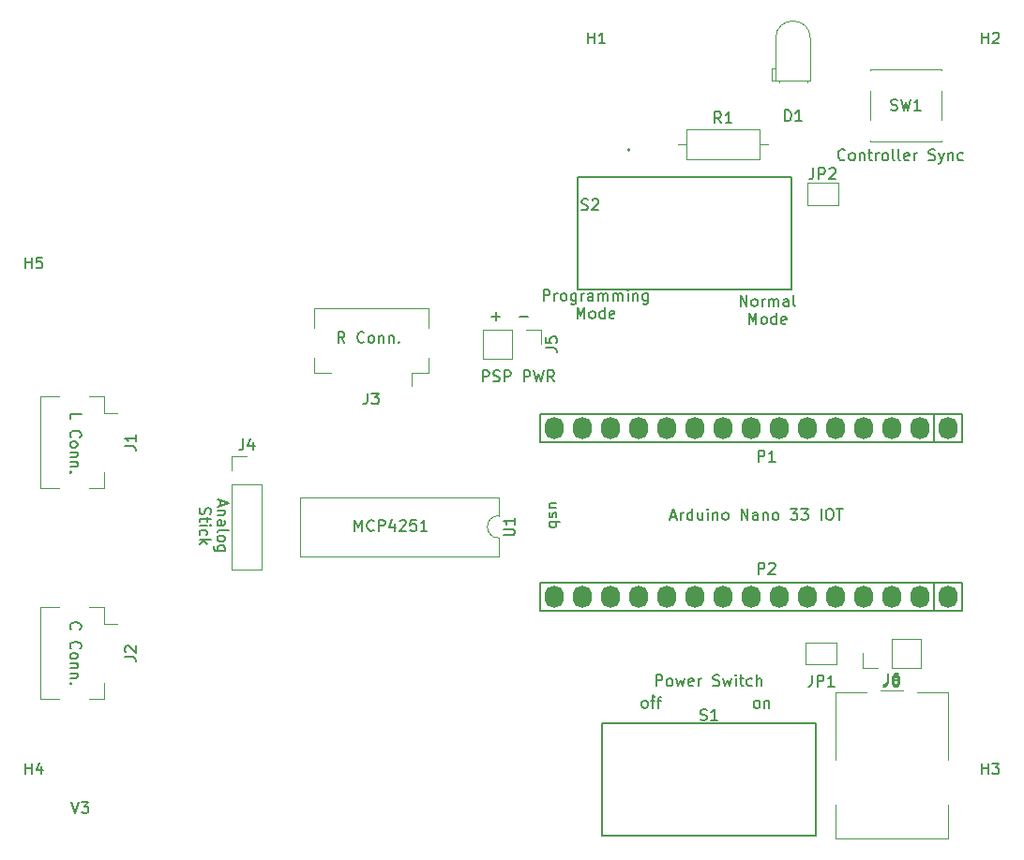
<source format=gbr>
%TF.GenerationSoftware,KiCad,Pcbnew,(6.0.1)*%
%TF.CreationDate,2022-07-24T14:20:51+01:00*%
%TF.ProjectId,psp-bluetooth,7073702d-626c-4756-9574-6f6f74682e6b,rev?*%
%TF.SameCoordinates,Original*%
%TF.FileFunction,Legend,Top*%
%TF.FilePolarity,Positive*%
%FSLAX46Y46*%
G04 Gerber Fmt 4.6, Leading zero omitted, Abs format (unit mm)*
G04 Created by KiCad (PCBNEW (6.0.1)) date 2022-07-24 14:20:51*
%MOMM*%
%LPD*%
G01*
G04 APERTURE LIST*
%ADD10C,0.150000*%
%ADD11C,0.127000*%
%ADD12C,0.200000*%
%ADD13C,0.120000*%
%ADD14O,1.727200X2.032000*%
G04 APERTURE END LIST*
D10*
X115190476Y-93452380D02*
X115523809Y-94452380D01*
X115857142Y-93452380D01*
X116095238Y-93452380D02*
X116714285Y-93452380D01*
X116380952Y-93833333D01*
X116523809Y-93833333D01*
X116619047Y-93880952D01*
X116666666Y-93928571D01*
X116714285Y-94023809D01*
X116714285Y-94261904D01*
X116666666Y-94357142D01*
X116619047Y-94404761D01*
X116523809Y-94452380D01*
X116238095Y-94452380D01*
X116142857Y-94404761D01*
X116095238Y-94357142D01*
X115047619Y-58833333D02*
X115047619Y-58357142D01*
X116047619Y-58357142D01*
X115142857Y-60500000D02*
X115095238Y-60452380D01*
X115047619Y-60309523D01*
X115047619Y-60214285D01*
X115095238Y-60071428D01*
X115190476Y-59976190D01*
X115285714Y-59928571D01*
X115476190Y-59880952D01*
X115619047Y-59880952D01*
X115809523Y-59928571D01*
X115904761Y-59976190D01*
X116000000Y-60071428D01*
X116047619Y-60214285D01*
X116047619Y-60309523D01*
X116000000Y-60452380D01*
X115952380Y-60500000D01*
X115047619Y-61071428D02*
X115095238Y-60976190D01*
X115142857Y-60928571D01*
X115238095Y-60880952D01*
X115523809Y-60880952D01*
X115619047Y-60928571D01*
X115666666Y-60976190D01*
X115714285Y-61071428D01*
X115714285Y-61214285D01*
X115666666Y-61309523D01*
X115619047Y-61357142D01*
X115523809Y-61404761D01*
X115238095Y-61404761D01*
X115142857Y-61357142D01*
X115095238Y-61309523D01*
X115047619Y-61214285D01*
X115047619Y-61071428D01*
X115714285Y-61833333D02*
X115047619Y-61833333D01*
X115619047Y-61833333D02*
X115666666Y-61880952D01*
X115714285Y-61976190D01*
X115714285Y-62119047D01*
X115666666Y-62214285D01*
X115571428Y-62261904D01*
X115047619Y-62261904D01*
X115714285Y-62738095D02*
X115047619Y-62738095D01*
X115619047Y-62738095D02*
X115666666Y-62785714D01*
X115714285Y-62880952D01*
X115714285Y-63023809D01*
X115666666Y-63119047D01*
X115571428Y-63166666D01*
X115047619Y-63166666D01*
X115142857Y-63642857D02*
X115095238Y-63690476D01*
X115047619Y-63642857D01*
X115095238Y-63595238D01*
X115142857Y-63642857D01*
X115047619Y-63642857D01*
X157785714Y-48147380D02*
X157785714Y-47147380D01*
X158166666Y-47147380D01*
X158261904Y-47195000D01*
X158309523Y-47242619D01*
X158357142Y-47337857D01*
X158357142Y-47480714D01*
X158309523Y-47575952D01*
X158261904Y-47623571D01*
X158166666Y-47671190D01*
X157785714Y-47671190D01*
X158785714Y-48147380D02*
X158785714Y-47480714D01*
X158785714Y-47671190D02*
X158833333Y-47575952D01*
X158880952Y-47528333D01*
X158976190Y-47480714D01*
X159071428Y-47480714D01*
X159547619Y-48147380D02*
X159452380Y-48099761D01*
X159404761Y-48052142D01*
X159357142Y-47956904D01*
X159357142Y-47671190D01*
X159404761Y-47575952D01*
X159452380Y-47528333D01*
X159547619Y-47480714D01*
X159690476Y-47480714D01*
X159785714Y-47528333D01*
X159833333Y-47575952D01*
X159880952Y-47671190D01*
X159880952Y-47956904D01*
X159833333Y-48052142D01*
X159785714Y-48099761D01*
X159690476Y-48147380D01*
X159547619Y-48147380D01*
X160738095Y-47480714D02*
X160738095Y-48290238D01*
X160690476Y-48385476D01*
X160642857Y-48433095D01*
X160547619Y-48480714D01*
X160404761Y-48480714D01*
X160309523Y-48433095D01*
X160738095Y-48099761D02*
X160642857Y-48147380D01*
X160452380Y-48147380D01*
X160357142Y-48099761D01*
X160309523Y-48052142D01*
X160261904Y-47956904D01*
X160261904Y-47671190D01*
X160309523Y-47575952D01*
X160357142Y-47528333D01*
X160452380Y-47480714D01*
X160642857Y-47480714D01*
X160738095Y-47528333D01*
X161214285Y-48147380D02*
X161214285Y-47480714D01*
X161214285Y-47671190D02*
X161261904Y-47575952D01*
X161309523Y-47528333D01*
X161404761Y-47480714D01*
X161500000Y-47480714D01*
X162261904Y-48147380D02*
X162261904Y-47623571D01*
X162214285Y-47528333D01*
X162119047Y-47480714D01*
X161928571Y-47480714D01*
X161833333Y-47528333D01*
X162261904Y-48099761D02*
X162166666Y-48147380D01*
X161928571Y-48147380D01*
X161833333Y-48099761D01*
X161785714Y-48004523D01*
X161785714Y-47909285D01*
X161833333Y-47814047D01*
X161928571Y-47766428D01*
X162166666Y-47766428D01*
X162261904Y-47718809D01*
X162738095Y-48147380D02*
X162738095Y-47480714D01*
X162738095Y-47575952D02*
X162785714Y-47528333D01*
X162880952Y-47480714D01*
X163023809Y-47480714D01*
X163119047Y-47528333D01*
X163166666Y-47623571D01*
X163166666Y-48147380D01*
X163166666Y-47623571D02*
X163214285Y-47528333D01*
X163309523Y-47480714D01*
X163452380Y-47480714D01*
X163547619Y-47528333D01*
X163595238Y-47623571D01*
X163595238Y-48147380D01*
X164071428Y-48147380D02*
X164071428Y-47480714D01*
X164071428Y-47575952D02*
X164119047Y-47528333D01*
X164214285Y-47480714D01*
X164357142Y-47480714D01*
X164452380Y-47528333D01*
X164500000Y-47623571D01*
X164500000Y-48147380D01*
X164500000Y-47623571D02*
X164547619Y-47528333D01*
X164642857Y-47480714D01*
X164785714Y-47480714D01*
X164880952Y-47528333D01*
X164928571Y-47623571D01*
X164928571Y-48147380D01*
X165404761Y-48147380D02*
X165404761Y-47480714D01*
X165404761Y-47147380D02*
X165357142Y-47195000D01*
X165404761Y-47242619D01*
X165452380Y-47195000D01*
X165404761Y-47147380D01*
X165404761Y-47242619D01*
X165880952Y-47480714D02*
X165880952Y-48147380D01*
X165880952Y-47575952D02*
X165928571Y-47528333D01*
X166023809Y-47480714D01*
X166166666Y-47480714D01*
X166261904Y-47528333D01*
X166309523Y-47623571D01*
X166309523Y-48147380D01*
X167214285Y-47480714D02*
X167214285Y-48290238D01*
X167166666Y-48385476D01*
X167119047Y-48433095D01*
X167023809Y-48480714D01*
X166880952Y-48480714D01*
X166785714Y-48433095D01*
X167214285Y-48099761D02*
X167119047Y-48147380D01*
X166928571Y-48147380D01*
X166833333Y-48099761D01*
X166785714Y-48052142D01*
X166738095Y-47956904D01*
X166738095Y-47671190D01*
X166785714Y-47575952D01*
X166833333Y-47528333D01*
X166928571Y-47480714D01*
X167119047Y-47480714D01*
X167214285Y-47528333D01*
X160833333Y-49757380D02*
X160833333Y-48757380D01*
X161166666Y-49471666D01*
X161500000Y-48757380D01*
X161500000Y-49757380D01*
X162119047Y-49757380D02*
X162023809Y-49709761D01*
X161976190Y-49662142D01*
X161928571Y-49566904D01*
X161928571Y-49281190D01*
X161976190Y-49185952D01*
X162023809Y-49138333D01*
X162119047Y-49090714D01*
X162261904Y-49090714D01*
X162357142Y-49138333D01*
X162404761Y-49185952D01*
X162452380Y-49281190D01*
X162452380Y-49566904D01*
X162404761Y-49662142D01*
X162357142Y-49709761D01*
X162261904Y-49757380D01*
X162119047Y-49757380D01*
X163309523Y-49757380D02*
X163309523Y-48757380D01*
X163309523Y-49709761D02*
X163214285Y-49757380D01*
X163023809Y-49757380D01*
X162928571Y-49709761D01*
X162880952Y-49662142D01*
X162833333Y-49566904D01*
X162833333Y-49281190D01*
X162880952Y-49185952D01*
X162928571Y-49138333D01*
X163023809Y-49090714D01*
X163214285Y-49090714D01*
X163309523Y-49138333D01*
X164166666Y-49709761D02*
X164071428Y-49757380D01*
X163880952Y-49757380D01*
X163785714Y-49709761D01*
X163738095Y-49614523D01*
X163738095Y-49233571D01*
X163785714Y-49138333D01*
X163880952Y-49090714D01*
X164071428Y-49090714D01*
X164166666Y-49138333D01*
X164214285Y-49233571D01*
X164214285Y-49328809D01*
X163738095Y-49424047D01*
X175571428Y-48647380D02*
X175571428Y-47647380D01*
X176142857Y-48647380D01*
X176142857Y-47647380D01*
X176761904Y-48647380D02*
X176666666Y-48599761D01*
X176619047Y-48552142D01*
X176571428Y-48456904D01*
X176571428Y-48171190D01*
X176619047Y-48075952D01*
X176666666Y-48028333D01*
X176761904Y-47980714D01*
X176904761Y-47980714D01*
X177000000Y-48028333D01*
X177047619Y-48075952D01*
X177095238Y-48171190D01*
X177095238Y-48456904D01*
X177047619Y-48552142D01*
X177000000Y-48599761D01*
X176904761Y-48647380D01*
X176761904Y-48647380D01*
X177523809Y-48647380D02*
X177523809Y-47980714D01*
X177523809Y-48171190D02*
X177571428Y-48075952D01*
X177619047Y-48028333D01*
X177714285Y-47980714D01*
X177809523Y-47980714D01*
X178142857Y-48647380D02*
X178142857Y-47980714D01*
X178142857Y-48075952D02*
X178190476Y-48028333D01*
X178285714Y-47980714D01*
X178428571Y-47980714D01*
X178523809Y-48028333D01*
X178571428Y-48123571D01*
X178571428Y-48647380D01*
X178571428Y-48123571D02*
X178619047Y-48028333D01*
X178714285Y-47980714D01*
X178857142Y-47980714D01*
X178952380Y-48028333D01*
X179000000Y-48123571D01*
X179000000Y-48647380D01*
X179904761Y-48647380D02*
X179904761Y-48123571D01*
X179857142Y-48028333D01*
X179761904Y-47980714D01*
X179571428Y-47980714D01*
X179476190Y-48028333D01*
X179904761Y-48599761D02*
X179809523Y-48647380D01*
X179571428Y-48647380D01*
X179476190Y-48599761D01*
X179428571Y-48504523D01*
X179428571Y-48409285D01*
X179476190Y-48314047D01*
X179571428Y-48266428D01*
X179809523Y-48266428D01*
X179904761Y-48218809D01*
X180523809Y-48647380D02*
X180428571Y-48599761D01*
X180380952Y-48504523D01*
X180380952Y-47647380D01*
X176333333Y-50257380D02*
X176333333Y-49257380D01*
X176666666Y-49971666D01*
X177000000Y-49257380D01*
X177000000Y-50257380D01*
X177619047Y-50257380D02*
X177523809Y-50209761D01*
X177476190Y-50162142D01*
X177428571Y-50066904D01*
X177428571Y-49781190D01*
X177476190Y-49685952D01*
X177523809Y-49638333D01*
X177619047Y-49590714D01*
X177761904Y-49590714D01*
X177857142Y-49638333D01*
X177904761Y-49685952D01*
X177952380Y-49781190D01*
X177952380Y-50066904D01*
X177904761Y-50162142D01*
X177857142Y-50209761D01*
X177761904Y-50257380D01*
X177619047Y-50257380D01*
X178809523Y-50257380D02*
X178809523Y-49257380D01*
X178809523Y-50209761D02*
X178714285Y-50257380D01*
X178523809Y-50257380D01*
X178428571Y-50209761D01*
X178380952Y-50162142D01*
X178333333Y-50066904D01*
X178333333Y-49781190D01*
X178380952Y-49685952D01*
X178428571Y-49638333D01*
X178523809Y-49590714D01*
X178714285Y-49590714D01*
X178809523Y-49638333D01*
X179666666Y-50209761D02*
X179571428Y-50257380D01*
X179380952Y-50257380D01*
X179285714Y-50209761D01*
X179238095Y-50114523D01*
X179238095Y-49733571D01*
X179285714Y-49638333D01*
X179380952Y-49590714D01*
X179571428Y-49590714D01*
X179666666Y-49638333D01*
X179714285Y-49733571D01*
X179714285Y-49828809D01*
X179238095Y-49924047D01*
X176976190Y-84952380D02*
X176880952Y-84904761D01*
X176833333Y-84857142D01*
X176785714Y-84761904D01*
X176785714Y-84476190D01*
X176833333Y-84380952D01*
X176880952Y-84333333D01*
X176976190Y-84285714D01*
X177119047Y-84285714D01*
X177214285Y-84333333D01*
X177261904Y-84380952D01*
X177309523Y-84476190D01*
X177309523Y-84761904D01*
X177261904Y-84857142D01*
X177214285Y-84904761D01*
X177119047Y-84952380D01*
X176976190Y-84952380D01*
X177738095Y-84285714D02*
X177738095Y-84952380D01*
X177738095Y-84380952D02*
X177785714Y-84333333D01*
X177880952Y-84285714D01*
X178023809Y-84285714D01*
X178119047Y-84333333D01*
X178166666Y-84428571D01*
X178166666Y-84952380D01*
X128638333Y-66190476D02*
X128638333Y-66666666D01*
X128352619Y-66095238D02*
X129352619Y-66428571D01*
X128352619Y-66761904D01*
X129019285Y-67095238D02*
X128352619Y-67095238D01*
X128924047Y-67095238D02*
X128971666Y-67142857D01*
X129019285Y-67238095D01*
X129019285Y-67380952D01*
X128971666Y-67476190D01*
X128876428Y-67523809D01*
X128352619Y-67523809D01*
X128352619Y-68428571D02*
X128876428Y-68428571D01*
X128971666Y-68380952D01*
X129019285Y-68285714D01*
X129019285Y-68095238D01*
X128971666Y-68000000D01*
X128400238Y-68428571D02*
X128352619Y-68333333D01*
X128352619Y-68095238D01*
X128400238Y-68000000D01*
X128495476Y-67952380D01*
X128590714Y-67952380D01*
X128685952Y-68000000D01*
X128733571Y-68095238D01*
X128733571Y-68333333D01*
X128781190Y-68428571D01*
X128352619Y-69047619D02*
X128400238Y-68952380D01*
X128495476Y-68904761D01*
X129352619Y-68904761D01*
X128352619Y-69571428D02*
X128400238Y-69476190D01*
X128447857Y-69428571D01*
X128543095Y-69380952D01*
X128828809Y-69380952D01*
X128924047Y-69428571D01*
X128971666Y-69476190D01*
X129019285Y-69571428D01*
X129019285Y-69714285D01*
X128971666Y-69809523D01*
X128924047Y-69857142D01*
X128828809Y-69904761D01*
X128543095Y-69904761D01*
X128447857Y-69857142D01*
X128400238Y-69809523D01*
X128352619Y-69714285D01*
X128352619Y-69571428D01*
X129019285Y-70761904D02*
X128209761Y-70761904D01*
X128114523Y-70714285D01*
X128066904Y-70666666D01*
X128019285Y-70571428D01*
X128019285Y-70428571D01*
X128066904Y-70333333D01*
X128400238Y-70761904D02*
X128352619Y-70666666D01*
X128352619Y-70476190D01*
X128400238Y-70380952D01*
X128447857Y-70333333D01*
X128543095Y-70285714D01*
X128828809Y-70285714D01*
X128924047Y-70333333D01*
X128971666Y-70380952D01*
X129019285Y-70476190D01*
X129019285Y-70666666D01*
X128971666Y-70761904D01*
X126790238Y-66857142D02*
X126742619Y-67000000D01*
X126742619Y-67238095D01*
X126790238Y-67333333D01*
X126837857Y-67380952D01*
X126933095Y-67428571D01*
X127028333Y-67428571D01*
X127123571Y-67380952D01*
X127171190Y-67333333D01*
X127218809Y-67238095D01*
X127266428Y-67047619D01*
X127314047Y-66952380D01*
X127361666Y-66904761D01*
X127456904Y-66857142D01*
X127552142Y-66857142D01*
X127647380Y-66904761D01*
X127695000Y-66952380D01*
X127742619Y-67047619D01*
X127742619Y-67285714D01*
X127695000Y-67428571D01*
X127409285Y-67714285D02*
X127409285Y-68095238D01*
X127742619Y-67857142D02*
X126885476Y-67857142D01*
X126790238Y-67904761D01*
X126742619Y-68000000D01*
X126742619Y-68095238D01*
X126742619Y-68428571D02*
X127409285Y-68428571D01*
X127742619Y-68428571D02*
X127695000Y-68380952D01*
X127647380Y-68428571D01*
X127695000Y-68476190D01*
X127742619Y-68428571D01*
X127647380Y-68428571D01*
X126790238Y-69333333D02*
X126742619Y-69238095D01*
X126742619Y-69047619D01*
X126790238Y-68952380D01*
X126837857Y-68904761D01*
X126933095Y-68857142D01*
X127218809Y-68857142D01*
X127314047Y-68904761D01*
X127361666Y-68952380D01*
X127409285Y-69047619D01*
X127409285Y-69238095D01*
X127361666Y-69333333D01*
X126742619Y-69761904D02*
X127742619Y-69761904D01*
X127123571Y-69857142D02*
X126742619Y-70142857D01*
X127409285Y-70142857D02*
X127028333Y-69761904D01*
X155619047Y-49571428D02*
X156380952Y-49571428D01*
X158964285Y-66857142D02*
X158297619Y-66857142D01*
X158964285Y-66428571D02*
X158440476Y-66428571D01*
X158345238Y-66476190D01*
X158297619Y-66571428D01*
X158297619Y-66714285D01*
X158345238Y-66809523D01*
X158392857Y-66857142D01*
X158345238Y-67285714D02*
X158297619Y-67380952D01*
X158297619Y-67571428D01*
X158345238Y-67666666D01*
X158440476Y-67714285D01*
X158488095Y-67714285D01*
X158583333Y-67666666D01*
X158630952Y-67571428D01*
X158630952Y-67428571D01*
X158678571Y-67333333D01*
X158773809Y-67285714D01*
X158821428Y-67285714D01*
X158916666Y-67333333D01*
X158964285Y-67428571D01*
X158964285Y-67571428D01*
X158916666Y-67666666D01*
X158297619Y-68142857D02*
X159297619Y-68142857D01*
X158916666Y-68142857D02*
X158964285Y-68238095D01*
X158964285Y-68428571D01*
X158916666Y-68523809D01*
X158869047Y-68571428D01*
X158773809Y-68619047D01*
X158488095Y-68619047D01*
X158392857Y-68571428D01*
X158345238Y-68523809D01*
X158297619Y-68428571D01*
X158297619Y-68238095D01*
X158345238Y-68142857D01*
X153119047Y-49571428D02*
X153880952Y-49571428D01*
X153500000Y-49952380D02*
X153500000Y-49190476D01*
X166857142Y-84952380D02*
X166761904Y-84904761D01*
X166714285Y-84857142D01*
X166666666Y-84761904D01*
X166666666Y-84476190D01*
X166714285Y-84380952D01*
X166761904Y-84333333D01*
X166857142Y-84285714D01*
X167000000Y-84285714D01*
X167095238Y-84333333D01*
X167142857Y-84380952D01*
X167190476Y-84476190D01*
X167190476Y-84761904D01*
X167142857Y-84857142D01*
X167095238Y-84904761D01*
X167000000Y-84952380D01*
X166857142Y-84952380D01*
X167476190Y-84285714D02*
X167857142Y-84285714D01*
X167619047Y-84952380D02*
X167619047Y-84095238D01*
X167666666Y-84000000D01*
X167761904Y-83952380D01*
X167857142Y-83952380D01*
X168047619Y-84285714D02*
X168428571Y-84285714D01*
X168190476Y-84952380D02*
X168190476Y-84095238D01*
X168238095Y-84000000D01*
X168333333Y-83952380D01*
X168428571Y-83952380D01*
X167958095Y-82952380D02*
X167958095Y-81952380D01*
X168339047Y-81952380D01*
X168434285Y-82000000D01*
X168481904Y-82047619D01*
X168529523Y-82142857D01*
X168529523Y-82285714D01*
X168481904Y-82380952D01*
X168434285Y-82428571D01*
X168339047Y-82476190D01*
X167958095Y-82476190D01*
X169100952Y-82952380D02*
X169005714Y-82904761D01*
X168958095Y-82857142D01*
X168910476Y-82761904D01*
X168910476Y-82476190D01*
X168958095Y-82380952D01*
X169005714Y-82333333D01*
X169100952Y-82285714D01*
X169243809Y-82285714D01*
X169339047Y-82333333D01*
X169386666Y-82380952D01*
X169434285Y-82476190D01*
X169434285Y-82761904D01*
X169386666Y-82857142D01*
X169339047Y-82904761D01*
X169243809Y-82952380D01*
X169100952Y-82952380D01*
X169767619Y-82285714D02*
X169958095Y-82952380D01*
X170148571Y-82476190D01*
X170339047Y-82952380D01*
X170529523Y-82285714D01*
X171291428Y-82904761D02*
X171196190Y-82952380D01*
X171005714Y-82952380D01*
X170910476Y-82904761D01*
X170862857Y-82809523D01*
X170862857Y-82428571D01*
X170910476Y-82333333D01*
X171005714Y-82285714D01*
X171196190Y-82285714D01*
X171291428Y-82333333D01*
X171339047Y-82428571D01*
X171339047Y-82523809D01*
X170862857Y-82619047D01*
X171767619Y-82952380D02*
X171767619Y-82285714D01*
X171767619Y-82476190D02*
X171815238Y-82380952D01*
X171862857Y-82333333D01*
X171958095Y-82285714D01*
X172053333Y-82285714D01*
X173100952Y-82904761D02*
X173243809Y-82952380D01*
X173481904Y-82952380D01*
X173577142Y-82904761D01*
X173624761Y-82857142D01*
X173672380Y-82761904D01*
X173672380Y-82666666D01*
X173624761Y-82571428D01*
X173577142Y-82523809D01*
X173481904Y-82476190D01*
X173291428Y-82428571D01*
X173196190Y-82380952D01*
X173148571Y-82333333D01*
X173100952Y-82238095D01*
X173100952Y-82142857D01*
X173148571Y-82047619D01*
X173196190Y-82000000D01*
X173291428Y-81952380D01*
X173529523Y-81952380D01*
X173672380Y-82000000D01*
X174005714Y-82285714D02*
X174196190Y-82952380D01*
X174386666Y-82476190D01*
X174577142Y-82952380D01*
X174767619Y-82285714D01*
X175148571Y-82952380D02*
X175148571Y-82285714D01*
X175148571Y-81952380D02*
X175100952Y-82000000D01*
X175148571Y-82047619D01*
X175196190Y-82000000D01*
X175148571Y-81952380D01*
X175148571Y-82047619D01*
X175481904Y-82285714D02*
X175862857Y-82285714D01*
X175624761Y-81952380D02*
X175624761Y-82809523D01*
X175672380Y-82904761D01*
X175767619Y-82952380D01*
X175862857Y-82952380D01*
X176624761Y-82904761D02*
X176529523Y-82952380D01*
X176339047Y-82952380D01*
X176243809Y-82904761D01*
X176196190Y-82857142D01*
X176148571Y-82761904D01*
X176148571Y-82476190D01*
X176196190Y-82380952D01*
X176243809Y-82333333D01*
X176339047Y-82285714D01*
X176529523Y-82285714D01*
X176624761Y-82333333D01*
X177053333Y-82952380D02*
X177053333Y-81952380D01*
X177481904Y-82952380D02*
X177481904Y-82428571D01*
X177434285Y-82333333D01*
X177339047Y-82285714D01*
X177196190Y-82285714D01*
X177100952Y-82333333D01*
X177053333Y-82380952D01*
X115142857Y-77833333D02*
X115095238Y-77785714D01*
X115047619Y-77642857D01*
X115047619Y-77547619D01*
X115095238Y-77404761D01*
X115190476Y-77309523D01*
X115285714Y-77261904D01*
X115476190Y-77214285D01*
X115619047Y-77214285D01*
X115809523Y-77261904D01*
X115904761Y-77309523D01*
X116000000Y-77404761D01*
X116047619Y-77547619D01*
X116047619Y-77642857D01*
X116000000Y-77785714D01*
X115952380Y-77833333D01*
X115142857Y-79595238D02*
X115095238Y-79547619D01*
X115047619Y-79404761D01*
X115047619Y-79309523D01*
X115095238Y-79166666D01*
X115190476Y-79071428D01*
X115285714Y-79023809D01*
X115476190Y-78976190D01*
X115619047Y-78976190D01*
X115809523Y-79023809D01*
X115904761Y-79071428D01*
X116000000Y-79166666D01*
X116047619Y-79309523D01*
X116047619Y-79404761D01*
X116000000Y-79547619D01*
X115952380Y-79595238D01*
X115047619Y-80166666D02*
X115095238Y-80071428D01*
X115142857Y-80023809D01*
X115238095Y-79976190D01*
X115523809Y-79976190D01*
X115619047Y-80023809D01*
X115666666Y-80071428D01*
X115714285Y-80166666D01*
X115714285Y-80309523D01*
X115666666Y-80404761D01*
X115619047Y-80452380D01*
X115523809Y-80500000D01*
X115238095Y-80500000D01*
X115142857Y-80452380D01*
X115095238Y-80404761D01*
X115047619Y-80309523D01*
X115047619Y-80166666D01*
X115714285Y-80928571D02*
X115047619Y-80928571D01*
X115619047Y-80928571D02*
X115666666Y-80976190D01*
X115714285Y-81071428D01*
X115714285Y-81214285D01*
X115666666Y-81309523D01*
X115571428Y-81357142D01*
X115047619Y-81357142D01*
X115714285Y-81833333D02*
X115047619Y-81833333D01*
X115619047Y-81833333D02*
X115666666Y-81880952D01*
X115714285Y-81976190D01*
X115714285Y-82119047D01*
X115666666Y-82214285D01*
X115571428Y-82261904D01*
X115047619Y-82261904D01*
X115142857Y-82738095D02*
X115095238Y-82785714D01*
X115047619Y-82738095D01*
X115095238Y-82690476D01*
X115142857Y-82738095D01*
X115047619Y-82738095D01*
X169285714Y-67666666D02*
X169761904Y-67666666D01*
X169190476Y-67952380D02*
X169523809Y-66952380D01*
X169857142Y-67952380D01*
X170190476Y-67952380D02*
X170190476Y-67285714D01*
X170190476Y-67476190D02*
X170238095Y-67380952D01*
X170285714Y-67333333D01*
X170380952Y-67285714D01*
X170476190Y-67285714D01*
X171238095Y-67952380D02*
X171238095Y-66952380D01*
X171238095Y-67904761D02*
X171142857Y-67952380D01*
X170952380Y-67952380D01*
X170857142Y-67904761D01*
X170809523Y-67857142D01*
X170761904Y-67761904D01*
X170761904Y-67476190D01*
X170809523Y-67380952D01*
X170857142Y-67333333D01*
X170952380Y-67285714D01*
X171142857Y-67285714D01*
X171238095Y-67333333D01*
X172142857Y-67285714D02*
X172142857Y-67952380D01*
X171714285Y-67285714D02*
X171714285Y-67809523D01*
X171761904Y-67904761D01*
X171857142Y-67952380D01*
X172000000Y-67952380D01*
X172095238Y-67904761D01*
X172142857Y-67857142D01*
X172619047Y-67952380D02*
X172619047Y-67285714D01*
X172619047Y-66952380D02*
X172571428Y-67000000D01*
X172619047Y-67047619D01*
X172666666Y-67000000D01*
X172619047Y-66952380D01*
X172619047Y-67047619D01*
X173095238Y-67285714D02*
X173095238Y-67952380D01*
X173095238Y-67380952D02*
X173142857Y-67333333D01*
X173238095Y-67285714D01*
X173380952Y-67285714D01*
X173476190Y-67333333D01*
X173523809Y-67428571D01*
X173523809Y-67952380D01*
X174142857Y-67952380D02*
X174047619Y-67904761D01*
X174000000Y-67857142D01*
X173952380Y-67761904D01*
X173952380Y-67476190D01*
X174000000Y-67380952D01*
X174047619Y-67333333D01*
X174142857Y-67285714D01*
X174285714Y-67285714D01*
X174380952Y-67333333D01*
X174428571Y-67380952D01*
X174476190Y-67476190D01*
X174476190Y-67761904D01*
X174428571Y-67857142D01*
X174380952Y-67904761D01*
X174285714Y-67952380D01*
X174142857Y-67952380D01*
X175666666Y-67952380D02*
X175666666Y-66952380D01*
X176238095Y-67952380D01*
X176238095Y-66952380D01*
X177142857Y-67952380D02*
X177142857Y-67428571D01*
X177095238Y-67333333D01*
X177000000Y-67285714D01*
X176809523Y-67285714D01*
X176714285Y-67333333D01*
X177142857Y-67904761D02*
X177047619Y-67952380D01*
X176809523Y-67952380D01*
X176714285Y-67904761D01*
X176666666Y-67809523D01*
X176666666Y-67714285D01*
X176714285Y-67619047D01*
X176809523Y-67571428D01*
X177047619Y-67571428D01*
X177142857Y-67523809D01*
X177619047Y-67285714D02*
X177619047Y-67952380D01*
X177619047Y-67380952D02*
X177666666Y-67333333D01*
X177761904Y-67285714D01*
X177904761Y-67285714D01*
X178000000Y-67333333D01*
X178047619Y-67428571D01*
X178047619Y-67952380D01*
X178666666Y-67952380D02*
X178571428Y-67904761D01*
X178523809Y-67857142D01*
X178476190Y-67761904D01*
X178476190Y-67476190D01*
X178523809Y-67380952D01*
X178571428Y-67333333D01*
X178666666Y-67285714D01*
X178809523Y-67285714D01*
X178904761Y-67333333D01*
X178952380Y-67380952D01*
X179000000Y-67476190D01*
X179000000Y-67761904D01*
X178952380Y-67857142D01*
X178904761Y-67904761D01*
X178809523Y-67952380D01*
X178666666Y-67952380D01*
X180095238Y-66952380D02*
X180714285Y-66952380D01*
X180380952Y-67333333D01*
X180523809Y-67333333D01*
X180619047Y-67380952D01*
X180666666Y-67428571D01*
X180714285Y-67523809D01*
X180714285Y-67761904D01*
X180666666Y-67857142D01*
X180619047Y-67904761D01*
X180523809Y-67952380D01*
X180238095Y-67952380D01*
X180142857Y-67904761D01*
X180095238Y-67857142D01*
X181047619Y-66952380D02*
X181666666Y-66952380D01*
X181333333Y-67333333D01*
X181476190Y-67333333D01*
X181571428Y-67380952D01*
X181619047Y-67428571D01*
X181666666Y-67523809D01*
X181666666Y-67761904D01*
X181619047Y-67857142D01*
X181571428Y-67904761D01*
X181476190Y-67952380D01*
X181190476Y-67952380D01*
X181095238Y-67904761D01*
X181047619Y-67857142D01*
X182857142Y-67952380D02*
X182857142Y-66952380D01*
X183523809Y-66952380D02*
X183714285Y-66952380D01*
X183809523Y-67000000D01*
X183904761Y-67095238D01*
X183952380Y-67285714D01*
X183952380Y-67619047D01*
X183904761Y-67809523D01*
X183809523Y-67904761D01*
X183714285Y-67952380D01*
X183523809Y-67952380D01*
X183428571Y-67904761D01*
X183333333Y-67809523D01*
X183285714Y-67619047D01*
X183285714Y-67285714D01*
X183333333Y-67095238D01*
X183428571Y-67000000D01*
X183523809Y-66952380D01*
X184238095Y-66952380D02*
X184809523Y-66952380D01*
X184523809Y-67952380D02*
X184523809Y-66952380D01*
X152309523Y-55452380D02*
X152309523Y-54452380D01*
X152690476Y-54452380D01*
X152785714Y-54500000D01*
X152833333Y-54547619D01*
X152880952Y-54642857D01*
X152880952Y-54785714D01*
X152833333Y-54880952D01*
X152785714Y-54928571D01*
X152690476Y-54976190D01*
X152309523Y-54976190D01*
X153261904Y-55404761D02*
X153404761Y-55452380D01*
X153642857Y-55452380D01*
X153738095Y-55404761D01*
X153785714Y-55357142D01*
X153833333Y-55261904D01*
X153833333Y-55166666D01*
X153785714Y-55071428D01*
X153738095Y-55023809D01*
X153642857Y-54976190D01*
X153452380Y-54928571D01*
X153357142Y-54880952D01*
X153309523Y-54833333D01*
X153261904Y-54738095D01*
X153261904Y-54642857D01*
X153309523Y-54547619D01*
X153357142Y-54500000D01*
X153452380Y-54452380D01*
X153690476Y-54452380D01*
X153833333Y-54500000D01*
X154261904Y-55452380D02*
X154261904Y-54452380D01*
X154642857Y-54452380D01*
X154738095Y-54500000D01*
X154785714Y-54547619D01*
X154833333Y-54642857D01*
X154833333Y-54785714D01*
X154785714Y-54880952D01*
X154738095Y-54928571D01*
X154642857Y-54976190D01*
X154261904Y-54976190D01*
X156023809Y-55452380D02*
X156023809Y-54452380D01*
X156404761Y-54452380D01*
X156500000Y-54500000D01*
X156547619Y-54547619D01*
X156595238Y-54642857D01*
X156595238Y-54785714D01*
X156547619Y-54880952D01*
X156500000Y-54928571D01*
X156404761Y-54976190D01*
X156023809Y-54976190D01*
X156928571Y-54452380D02*
X157166666Y-55452380D01*
X157357142Y-54738095D01*
X157547619Y-55452380D01*
X157785714Y-54452380D01*
X158738095Y-55452380D02*
X158404761Y-54976190D01*
X158166666Y-55452380D02*
X158166666Y-54452380D01*
X158547619Y-54452380D01*
X158642857Y-54500000D01*
X158690476Y-54547619D01*
X158738095Y-54642857D01*
X158738095Y-54785714D01*
X158690476Y-54880952D01*
X158642857Y-54928571D01*
X158547619Y-54976190D01*
X158166666Y-54976190D01*
X139833333Y-51952380D02*
X139500000Y-51476190D01*
X139261904Y-51952380D02*
X139261904Y-50952380D01*
X139642857Y-50952380D01*
X139738095Y-51000000D01*
X139785714Y-51047619D01*
X139833333Y-51142857D01*
X139833333Y-51285714D01*
X139785714Y-51380952D01*
X139738095Y-51428571D01*
X139642857Y-51476190D01*
X139261904Y-51476190D01*
X141595238Y-51857142D02*
X141547619Y-51904761D01*
X141404761Y-51952380D01*
X141309523Y-51952380D01*
X141166666Y-51904761D01*
X141071428Y-51809523D01*
X141023809Y-51714285D01*
X140976190Y-51523809D01*
X140976190Y-51380952D01*
X141023809Y-51190476D01*
X141071428Y-51095238D01*
X141166666Y-51000000D01*
X141309523Y-50952380D01*
X141404761Y-50952380D01*
X141547619Y-51000000D01*
X141595238Y-51047619D01*
X142166666Y-51952380D02*
X142071428Y-51904761D01*
X142023809Y-51857142D01*
X141976190Y-51761904D01*
X141976190Y-51476190D01*
X142023809Y-51380952D01*
X142071428Y-51333333D01*
X142166666Y-51285714D01*
X142309523Y-51285714D01*
X142404761Y-51333333D01*
X142452380Y-51380952D01*
X142500000Y-51476190D01*
X142500000Y-51761904D01*
X142452380Y-51857142D01*
X142404761Y-51904761D01*
X142309523Y-51952380D01*
X142166666Y-51952380D01*
X142928571Y-51285714D02*
X142928571Y-51952380D01*
X142928571Y-51380952D02*
X142976190Y-51333333D01*
X143071428Y-51285714D01*
X143214285Y-51285714D01*
X143309523Y-51333333D01*
X143357142Y-51428571D01*
X143357142Y-51952380D01*
X143833333Y-51285714D02*
X143833333Y-51952380D01*
X143833333Y-51380952D02*
X143880952Y-51333333D01*
X143976190Y-51285714D01*
X144119047Y-51285714D01*
X144214285Y-51333333D01*
X144261904Y-51428571D01*
X144261904Y-51952380D01*
X144738095Y-51857142D02*
X144785714Y-51904761D01*
X144738095Y-51952380D01*
X144690476Y-51904761D01*
X144738095Y-51857142D01*
X144738095Y-51952380D01*
X140761904Y-68952380D02*
X140761904Y-67952380D01*
X141095238Y-68666666D01*
X141428571Y-67952380D01*
X141428571Y-68952380D01*
X142476190Y-68857142D02*
X142428571Y-68904761D01*
X142285714Y-68952380D01*
X142190476Y-68952380D01*
X142047619Y-68904761D01*
X141952380Y-68809523D01*
X141904761Y-68714285D01*
X141857142Y-68523809D01*
X141857142Y-68380952D01*
X141904761Y-68190476D01*
X141952380Y-68095238D01*
X142047619Y-68000000D01*
X142190476Y-67952380D01*
X142285714Y-67952380D01*
X142428571Y-68000000D01*
X142476190Y-68047619D01*
X142904761Y-68952380D02*
X142904761Y-67952380D01*
X143285714Y-67952380D01*
X143380952Y-68000000D01*
X143428571Y-68047619D01*
X143476190Y-68142857D01*
X143476190Y-68285714D01*
X143428571Y-68380952D01*
X143380952Y-68428571D01*
X143285714Y-68476190D01*
X142904761Y-68476190D01*
X144333333Y-68285714D02*
X144333333Y-68952380D01*
X144095238Y-67904761D02*
X143857142Y-68619047D01*
X144476190Y-68619047D01*
X144809523Y-68047619D02*
X144857142Y-68000000D01*
X144952380Y-67952380D01*
X145190476Y-67952380D01*
X145285714Y-68000000D01*
X145333333Y-68047619D01*
X145380952Y-68142857D01*
X145380952Y-68238095D01*
X145333333Y-68380952D01*
X144761904Y-68952380D01*
X145380952Y-68952380D01*
X146285714Y-67952380D02*
X145809523Y-67952380D01*
X145761904Y-68428571D01*
X145809523Y-68380952D01*
X145904761Y-68333333D01*
X146142857Y-68333333D01*
X146238095Y-68380952D01*
X146285714Y-68428571D01*
X146333333Y-68523809D01*
X146333333Y-68761904D01*
X146285714Y-68857142D01*
X146238095Y-68904761D01*
X146142857Y-68952380D01*
X145904761Y-68952380D01*
X145809523Y-68904761D01*
X145761904Y-68857142D01*
X147285714Y-68952380D02*
X146714285Y-68952380D01*
X147000000Y-68952380D02*
X147000000Y-67952380D01*
X146904761Y-68095238D01*
X146809523Y-68190476D01*
X146714285Y-68238095D01*
X185001190Y-35357142D02*
X184953571Y-35404761D01*
X184810714Y-35452380D01*
X184715476Y-35452380D01*
X184572619Y-35404761D01*
X184477380Y-35309523D01*
X184429761Y-35214285D01*
X184382142Y-35023809D01*
X184382142Y-34880952D01*
X184429761Y-34690476D01*
X184477380Y-34595238D01*
X184572619Y-34500000D01*
X184715476Y-34452380D01*
X184810714Y-34452380D01*
X184953571Y-34500000D01*
X185001190Y-34547619D01*
X185572619Y-35452380D02*
X185477380Y-35404761D01*
X185429761Y-35357142D01*
X185382142Y-35261904D01*
X185382142Y-34976190D01*
X185429761Y-34880952D01*
X185477380Y-34833333D01*
X185572619Y-34785714D01*
X185715476Y-34785714D01*
X185810714Y-34833333D01*
X185858333Y-34880952D01*
X185905952Y-34976190D01*
X185905952Y-35261904D01*
X185858333Y-35357142D01*
X185810714Y-35404761D01*
X185715476Y-35452380D01*
X185572619Y-35452380D01*
X186334523Y-34785714D02*
X186334523Y-35452380D01*
X186334523Y-34880952D02*
X186382142Y-34833333D01*
X186477380Y-34785714D01*
X186620238Y-34785714D01*
X186715476Y-34833333D01*
X186763095Y-34928571D01*
X186763095Y-35452380D01*
X187096428Y-34785714D02*
X187477380Y-34785714D01*
X187239285Y-34452380D02*
X187239285Y-35309523D01*
X187286904Y-35404761D01*
X187382142Y-35452380D01*
X187477380Y-35452380D01*
X187810714Y-35452380D02*
X187810714Y-34785714D01*
X187810714Y-34976190D02*
X187858333Y-34880952D01*
X187905952Y-34833333D01*
X188001190Y-34785714D01*
X188096428Y-34785714D01*
X188572619Y-35452380D02*
X188477380Y-35404761D01*
X188429761Y-35357142D01*
X188382142Y-35261904D01*
X188382142Y-34976190D01*
X188429761Y-34880952D01*
X188477380Y-34833333D01*
X188572619Y-34785714D01*
X188715476Y-34785714D01*
X188810714Y-34833333D01*
X188858333Y-34880952D01*
X188905952Y-34976190D01*
X188905952Y-35261904D01*
X188858333Y-35357142D01*
X188810714Y-35404761D01*
X188715476Y-35452380D01*
X188572619Y-35452380D01*
X189477380Y-35452380D02*
X189382142Y-35404761D01*
X189334523Y-35309523D01*
X189334523Y-34452380D01*
X190001190Y-35452380D02*
X189905952Y-35404761D01*
X189858333Y-35309523D01*
X189858333Y-34452380D01*
X190763095Y-35404761D02*
X190667857Y-35452380D01*
X190477380Y-35452380D01*
X190382142Y-35404761D01*
X190334523Y-35309523D01*
X190334523Y-34928571D01*
X190382142Y-34833333D01*
X190477380Y-34785714D01*
X190667857Y-34785714D01*
X190763095Y-34833333D01*
X190810714Y-34928571D01*
X190810714Y-35023809D01*
X190334523Y-35119047D01*
X191239285Y-35452380D02*
X191239285Y-34785714D01*
X191239285Y-34976190D02*
X191286904Y-34880952D01*
X191334523Y-34833333D01*
X191429761Y-34785714D01*
X191525000Y-34785714D01*
X192572619Y-35404761D02*
X192715476Y-35452380D01*
X192953571Y-35452380D01*
X193048809Y-35404761D01*
X193096428Y-35357142D01*
X193144047Y-35261904D01*
X193144047Y-35166666D01*
X193096428Y-35071428D01*
X193048809Y-35023809D01*
X192953571Y-34976190D01*
X192763095Y-34928571D01*
X192667857Y-34880952D01*
X192620238Y-34833333D01*
X192572619Y-34738095D01*
X192572619Y-34642857D01*
X192620238Y-34547619D01*
X192667857Y-34500000D01*
X192763095Y-34452380D01*
X193001190Y-34452380D01*
X193144047Y-34500000D01*
X193477380Y-34785714D02*
X193715476Y-35452380D01*
X193953571Y-34785714D02*
X193715476Y-35452380D01*
X193620238Y-35690476D01*
X193572619Y-35738095D01*
X193477380Y-35785714D01*
X194334523Y-34785714D02*
X194334523Y-35452380D01*
X194334523Y-34880952D02*
X194382142Y-34833333D01*
X194477380Y-34785714D01*
X194620238Y-34785714D01*
X194715476Y-34833333D01*
X194763095Y-34928571D01*
X194763095Y-35452380D01*
X195667857Y-35404761D02*
X195572619Y-35452380D01*
X195382142Y-35452380D01*
X195286904Y-35404761D01*
X195239285Y-35357142D01*
X195191666Y-35261904D01*
X195191666Y-34976190D01*
X195239285Y-34880952D01*
X195286904Y-34833333D01*
X195382142Y-34785714D01*
X195572619Y-34785714D01*
X195667857Y-34833333D01*
%TO.C,P1*%
X177188904Y-62682380D02*
X177188904Y-61682380D01*
X177569857Y-61682380D01*
X177665095Y-61730000D01*
X177712714Y-61777619D01*
X177760333Y-61872857D01*
X177760333Y-62015714D01*
X177712714Y-62110952D01*
X177665095Y-62158571D01*
X177569857Y-62206190D01*
X177188904Y-62206190D01*
X178712714Y-62682380D02*
X178141285Y-62682380D01*
X178427000Y-62682380D02*
X178427000Y-61682380D01*
X178331761Y-61825238D01*
X178236523Y-61920476D01*
X178141285Y-61968095D01*
%TO.C,P2*%
X177188904Y-72842380D02*
X177188904Y-71842380D01*
X177569857Y-71842380D01*
X177665095Y-71890000D01*
X177712714Y-71937619D01*
X177760333Y-72032857D01*
X177760333Y-72175714D01*
X177712714Y-72270952D01*
X177665095Y-72318571D01*
X177569857Y-72366190D01*
X177188904Y-72366190D01*
X178141285Y-71937619D02*
X178188904Y-71890000D01*
X178284142Y-71842380D01*
X178522238Y-71842380D01*
X178617476Y-71890000D01*
X178665095Y-71937619D01*
X178712714Y-72032857D01*
X178712714Y-72128095D01*
X178665095Y-72270952D01*
X178093666Y-72842380D01*
X178712714Y-72842380D01*
%TO.C,S1*%
X171958095Y-86017261D02*
X172100952Y-86064880D01*
X172339047Y-86064880D01*
X172434285Y-86017261D01*
X172481904Y-85969642D01*
X172529523Y-85874404D01*
X172529523Y-85779166D01*
X172481904Y-85683928D01*
X172434285Y-85636309D01*
X172339047Y-85588690D01*
X172148571Y-85541071D01*
X172053333Y-85493452D01*
X172005714Y-85445833D01*
X171958095Y-85350595D01*
X171958095Y-85255357D01*
X172005714Y-85160119D01*
X172053333Y-85112500D01*
X172148571Y-85064880D01*
X172386666Y-85064880D01*
X172529523Y-85112500D01*
X173481904Y-86064880D02*
X172910476Y-86064880D01*
X173196190Y-86064880D02*
X173196190Y-85064880D01*
X173100952Y-85207738D01*
X173005714Y-85302976D01*
X172910476Y-85350595D01*
%TO.C,H4*%
X110998095Y-90932380D02*
X110998095Y-89932380D01*
X110998095Y-90408571D02*
X111569523Y-90408571D01*
X111569523Y-90932380D02*
X111569523Y-89932380D01*
X112474285Y-90265714D02*
X112474285Y-90932380D01*
X112236190Y-89884761D02*
X111998095Y-90599047D01*
X112617142Y-90599047D01*
%TO.C,U1*%
X154182380Y-69341904D02*
X154991904Y-69341904D01*
X155087142Y-69294285D01*
X155134761Y-69246666D01*
X155182380Y-69151428D01*
X155182380Y-68960952D01*
X155134761Y-68865714D01*
X155087142Y-68818095D01*
X154991904Y-68770476D01*
X154182380Y-68770476D01*
X155182380Y-67770476D02*
X155182380Y-68341904D01*
X155182380Y-68056190D02*
X154182380Y-68056190D01*
X154325238Y-68151428D01*
X154420476Y-68246666D01*
X154468095Y-68341904D01*
%TO.C,JP1*%
X182046666Y-82002380D02*
X182046666Y-82716666D01*
X181999047Y-82859523D01*
X181903809Y-82954761D01*
X181760952Y-83002380D01*
X181665714Y-83002380D01*
X182522857Y-83002380D02*
X182522857Y-82002380D01*
X182903809Y-82002380D01*
X182999047Y-82050000D01*
X183046666Y-82097619D01*
X183094285Y-82192857D01*
X183094285Y-82335714D01*
X183046666Y-82430952D01*
X182999047Y-82478571D01*
X182903809Y-82526190D01*
X182522857Y-82526190D01*
X184046666Y-83002380D02*
X183475238Y-83002380D01*
X183760952Y-83002380D02*
X183760952Y-82002380D01*
X183665714Y-82145238D01*
X183570476Y-82240476D01*
X183475238Y-82288095D01*
%TO.C,JP2*%
X182166666Y-36152380D02*
X182166666Y-36866666D01*
X182119047Y-37009523D01*
X182023809Y-37104761D01*
X181880952Y-37152380D01*
X181785714Y-37152380D01*
X182642857Y-37152380D02*
X182642857Y-36152380D01*
X183023809Y-36152380D01*
X183119047Y-36200000D01*
X183166666Y-36247619D01*
X183214285Y-36342857D01*
X183214285Y-36485714D01*
X183166666Y-36580952D01*
X183119047Y-36628571D01*
X183023809Y-36676190D01*
X182642857Y-36676190D01*
X183595238Y-36247619D02*
X183642857Y-36200000D01*
X183738095Y-36152380D01*
X183976190Y-36152380D01*
X184071428Y-36200000D01*
X184119047Y-36247619D01*
X184166666Y-36342857D01*
X184166666Y-36438095D01*
X184119047Y-36580952D01*
X183547619Y-37152380D01*
X184166666Y-37152380D01*
%TO.C,H2*%
X197358095Y-24892380D02*
X197358095Y-23892380D01*
X197358095Y-24368571D02*
X197929523Y-24368571D01*
X197929523Y-24892380D02*
X197929523Y-23892380D01*
X198358095Y-23987619D02*
X198405714Y-23940000D01*
X198500952Y-23892380D01*
X198739047Y-23892380D01*
X198834285Y-23940000D01*
X198881904Y-23987619D01*
X198929523Y-24082857D01*
X198929523Y-24178095D01*
X198881904Y-24320952D01*
X198310476Y-24892380D01*
X198929523Y-24892380D01*
%TO.C,R1*%
X173833333Y-32082380D02*
X173500000Y-31606190D01*
X173261904Y-32082380D02*
X173261904Y-31082380D01*
X173642857Y-31082380D01*
X173738095Y-31130000D01*
X173785714Y-31177619D01*
X173833333Y-31272857D01*
X173833333Y-31415714D01*
X173785714Y-31510952D01*
X173738095Y-31558571D01*
X173642857Y-31606190D01*
X173261904Y-31606190D01*
X174785714Y-32082380D02*
X174214285Y-32082380D01*
X174500000Y-32082380D02*
X174500000Y-31082380D01*
X174404761Y-31225238D01*
X174309523Y-31320476D01*
X174214285Y-31368095D01*
%TO.C,S2*%
X161238095Y-39904761D02*
X161380952Y-39952380D01*
X161619047Y-39952380D01*
X161714285Y-39904761D01*
X161761904Y-39857142D01*
X161809523Y-39761904D01*
X161809523Y-39666666D01*
X161761904Y-39571428D01*
X161714285Y-39523809D01*
X161619047Y-39476190D01*
X161428571Y-39428571D01*
X161333333Y-39380952D01*
X161285714Y-39333333D01*
X161238095Y-39238095D01*
X161238095Y-39142857D01*
X161285714Y-39047619D01*
X161333333Y-39000000D01*
X161428571Y-38952380D01*
X161666666Y-38952380D01*
X161809523Y-39000000D01*
X162190476Y-39047619D02*
X162238095Y-39000000D01*
X162333333Y-38952380D01*
X162571428Y-38952380D01*
X162666666Y-39000000D01*
X162714285Y-39047619D01*
X162761904Y-39142857D01*
X162761904Y-39238095D01*
X162714285Y-39380952D01*
X162142857Y-39952380D01*
X162761904Y-39952380D01*
%TO.C,H3*%
X197358095Y-90932380D02*
X197358095Y-89932380D01*
X197358095Y-90408571D02*
X197929523Y-90408571D01*
X197929523Y-90932380D02*
X197929523Y-89932380D01*
X198310476Y-89932380D02*
X198929523Y-89932380D01*
X198596190Y-90313333D01*
X198739047Y-90313333D01*
X198834285Y-90360952D01*
X198881904Y-90408571D01*
X198929523Y-90503809D01*
X198929523Y-90741904D01*
X198881904Y-90837142D01*
X198834285Y-90884761D01*
X198739047Y-90932380D01*
X198453333Y-90932380D01*
X198358095Y-90884761D01*
X198310476Y-90837142D01*
%TO.C,H5*%
X110998095Y-45212380D02*
X110998095Y-44212380D01*
X110998095Y-44688571D02*
X111569523Y-44688571D01*
X111569523Y-45212380D02*
X111569523Y-44212380D01*
X112521904Y-44212380D02*
X112045714Y-44212380D01*
X111998095Y-44688571D01*
X112045714Y-44640952D01*
X112140952Y-44593333D01*
X112379047Y-44593333D01*
X112474285Y-44640952D01*
X112521904Y-44688571D01*
X112569523Y-44783809D01*
X112569523Y-45021904D01*
X112521904Y-45117142D01*
X112474285Y-45164761D01*
X112379047Y-45212380D01*
X112140952Y-45212380D01*
X112045714Y-45164761D01*
X111998095Y-45117142D01*
%TO.C,J3*%
X141906666Y-56492380D02*
X141906666Y-57206666D01*
X141859047Y-57349523D01*
X141763809Y-57444761D01*
X141620952Y-57492380D01*
X141525714Y-57492380D01*
X142287619Y-56492380D02*
X142906666Y-56492380D01*
X142573333Y-56873333D01*
X142716190Y-56873333D01*
X142811428Y-56920952D01*
X142859047Y-56968571D01*
X142906666Y-57063809D01*
X142906666Y-57301904D01*
X142859047Y-57397142D01*
X142811428Y-57444761D01*
X142716190Y-57492380D01*
X142430476Y-57492380D01*
X142335238Y-57444761D01*
X142287619Y-57397142D01*
%TO.C,J6*%
X188896666Y-81822380D02*
X188896666Y-82536666D01*
X188849047Y-82679523D01*
X188753809Y-82774761D01*
X188610952Y-82822380D01*
X188515714Y-82822380D01*
X189801428Y-81822380D02*
X189610952Y-81822380D01*
X189515714Y-81870000D01*
X189468095Y-81917619D01*
X189372857Y-82060476D01*
X189325238Y-82250952D01*
X189325238Y-82631904D01*
X189372857Y-82727142D01*
X189420476Y-82774761D01*
X189515714Y-82822380D01*
X189706190Y-82822380D01*
X189801428Y-82774761D01*
X189849047Y-82727142D01*
X189896666Y-82631904D01*
X189896666Y-82393809D01*
X189849047Y-82298571D01*
X189801428Y-82250952D01*
X189706190Y-82203333D01*
X189515714Y-82203333D01*
X189420476Y-82250952D01*
X189372857Y-82298571D01*
X189325238Y-82393809D01*
%TO.C,J4*%
X130666666Y-60632380D02*
X130666666Y-61346666D01*
X130619047Y-61489523D01*
X130523809Y-61584761D01*
X130380952Y-61632380D01*
X130285714Y-61632380D01*
X131571428Y-60965714D02*
X131571428Y-61632380D01*
X131333333Y-60584761D02*
X131095238Y-61299047D01*
X131714285Y-61299047D01*
%TO.C,J5*%
X157992380Y-52403333D02*
X158706666Y-52403333D01*
X158849523Y-52450952D01*
X158944761Y-52546190D01*
X158992380Y-52689047D01*
X158992380Y-52784285D01*
X157992380Y-51450952D02*
X157992380Y-51927142D01*
X158468571Y-51974761D01*
X158420952Y-51927142D01*
X158373333Y-51831904D01*
X158373333Y-51593809D01*
X158420952Y-51498571D01*
X158468571Y-51450952D01*
X158563809Y-51403333D01*
X158801904Y-51403333D01*
X158897142Y-51450952D01*
X158944761Y-51498571D01*
X158992380Y-51593809D01*
X158992380Y-51831904D01*
X158944761Y-51927142D01*
X158897142Y-51974761D01*
%TO.C,H1*%
X161798095Y-24892380D02*
X161798095Y-23892380D01*
X161798095Y-24368571D02*
X162369523Y-24368571D01*
X162369523Y-24892380D02*
X162369523Y-23892380D01*
X163369523Y-24892380D02*
X162798095Y-24892380D01*
X163083809Y-24892380D02*
X163083809Y-23892380D01*
X162988571Y-24035238D01*
X162893333Y-24130476D01*
X162798095Y-24178095D01*
%TO.C,D1*%
X179581904Y-31907380D02*
X179581904Y-30907380D01*
X179820000Y-30907380D01*
X179962857Y-30955000D01*
X180058095Y-31050238D01*
X180105714Y-31145476D01*
X180153333Y-31335952D01*
X180153333Y-31478809D01*
X180105714Y-31669285D01*
X180058095Y-31764523D01*
X179962857Y-31859761D01*
X179820000Y-31907380D01*
X179581904Y-31907380D01*
X181105714Y-31907380D02*
X180534285Y-31907380D01*
X180820000Y-31907380D02*
X180820000Y-30907380D01*
X180724761Y-31050238D01*
X180629523Y-31145476D01*
X180534285Y-31193095D01*
%TO.C,J1*%
X119992380Y-61293333D02*
X120706666Y-61293333D01*
X120849523Y-61340952D01*
X120944761Y-61436190D01*
X120992380Y-61579047D01*
X120992380Y-61674285D01*
X120992380Y-60293333D02*
X120992380Y-60864761D01*
X120992380Y-60579047D02*
X119992380Y-60579047D01*
X120135238Y-60674285D01*
X120230476Y-60769523D01*
X120278095Y-60864761D01*
%TO.C,J8*%
X188896666Y-82002380D02*
X188896666Y-82716666D01*
X188849047Y-82859523D01*
X188753809Y-82954761D01*
X188610952Y-83002380D01*
X188515714Y-83002380D01*
X189515714Y-82430952D02*
X189420476Y-82383333D01*
X189372857Y-82335714D01*
X189325238Y-82240476D01*
X189325238Y-82192857D01*
X189372857Y-82097619D01*
X189420476Y-82050000D01*
X189515714Y-82002380D01*
X189706190Y-82002380D01*
X189801428Y-82050000D01*
X189849047Y-82097619D01*
X189896666Y-82192857D01*
X189896666Y-82240476D01*
X189849047Y-82335714D01*
X189801428Y-82383333D01*
X189706190Y-82430952D01*
X189515714Y-82430952D01*
X189420476Y-82478571D01*
X189372857Y-82526190D01*
X189325238Y-82621428D01*
X189325238Y-82811904D01*
X189372857Y-82907142D01*
X189420476Y-82954761D01*
X189515714Y-83002380D01*
X189706190Y-83002380D01*
X189801428Y-82954761D01*
X189849047Y-82907142D01*
X189896666Y-82811904D01*
X189896666Y-82621428D01*
X189849047Y-82526190D01*
X189801428Y-82478571D01*
X189706190Y-82430952D01*
%TO.C,SW1*%
X189166666Y-30904761D02*
X189309523Y-30952380D01*
X189547619Y-30952380D01*
X189642857Y-30904761D01*
X189690476Y-30857142D01*
X189738095Y-30761904D01*
X189738095Y-30666666D01*
X189690476Y-30571428D01*
X189642857Y-30523809D01*
X189547619Y-30476190D01*
X189357142Y-30428571D01*
X189261904Y-30380952D01*
X189214285Y-30333333D01*
X189166666Y-30238095D01*
X189166666Y-30142857D01*
X189214285Y-30047619D01*
X189261904Y-30000000D01*
X189357142Y-29952380D01*
X189595238Y-29952380D01*
X189738095Y-30000000D01*
X190071428Y-29952380D02*
X190309523Y-30952380D01*
X190500000Y-30238095D01*
X190690476Y-30952380D01*
X190928571Y-29952380D01*
X191833333Y-30952380D02*
X191261904Y-30952380D01*
X191547619Y-30952380D02*
X191547619Y-29952380D01*
X191452380Y-30095238D01*
X191357142Y-30190476D01*
X191261904Y-30238095D01*
%TO.C,J2*%
X119992380Y-80343333D02*
X120706666Y-80343333D01*
X120849523Y-80390952D01*
X120944761Y-80486190D01*
X120992380Y-80629047D01*
X120992380Y-80724285D01*
X120087619Y-79914761D02*
X120040000Y-79867142D01*
X119992380Y-79771904D01*
X119992380Y-79533809D01*
X120040000Y-79438571D01*
X120087619Y-79390952D01*
X120182857Y-79343333D01*
X120278095Y-79343333D01*
X120420952Y-79390952D01*
X120992380Y-79962380D01*
X120992380Y-79343333D01*
%TO.C,P1*%
X193040000Y-60960000D02*
X157480000Y-60960000D01*
X195580000Y-58420000D02*
X193040000Y-58420000D01*
X157480000Y-58420000D02*
X193040000Y-58420000D01*
X157480000Y-60960000D02*
X157480000Y-58420000D01*
X193040000Y-60960000D02*
X195580000Y-60960000D01*
X195580000Y-60960000D02*
X195580000Y-58420000D01*
X193040000Y-58420000D02*
X193040000Y-60960000D01*
%TO.C,P2*%
X195580000Y-76200000D02*
X195580000Y-73660000D01*
X193040000Y-76200000D02*
X195580000Y-76200000D01*
X157480000Y-76200000D02*
X157480000Y-73660000D01*
X193040000Y-76200000D02*
X157480000Y-76200000D01*
X193040000Y-73660000D02*
X193040000Y-76200000D01*
X195580000Y-73660000D02*
X193040000Y-73660000D01*
X157480000Y-73660000D02*
X193040000Y-73660000D01*
D11*
%TO.C,S1*%
X163070000Y-96520000D02*
X163070000Y-86360000D01*
X182370000Y-86360000D02*
X182370000Y-96520000D01*
X182370000Y-96520000D02*
X163070000Y-96520000D01*
X163070000Y-86360000D02*
X182370000Y-86360000D01*
D12*
X167820000Y-83900000D02*
G75*
G03*
X167820000Y-83900000I-100000J0D01*
G01*
D13*
%TO.C,U1*%
X153730000Y-67580000D02*
X153730000Y-65930000D01*
X135830000Y-65930000D02*
X135830000Y-71230000D01*
X153730000Y-71230000D02*
X153730000Y-69580000D01*
X135830000Y-71230000D02*
X153730000Y-71230000D01*
X153730000Y-65930000D02*
X135830000Y-65930000D01*
X153730000Y-67580000D02*
G75*
G03*
X153730000Y-69580000I0J-1000000D01*
G01*
%TO.C,JP1*%
X181480000Y-81010000D02*
X181480000Y-79010000D01*
X184280000Y-79010000D02*
X184280000Y-81010000D01*
X181480000Y-79010000D02*
X184280000Y-79010000D01*
X184280000Y-81010000D02*
X181480000Y-81010000D01*
%TO.C,JP2*%
X184400000Y-37500000D02*
X184400000Y-39500000D01*
X184400000Y-39500000D02*
X181600000Y-39500000D01*
X181600000Y-39500000D02*
X181600000Y-37500000D01*
X181600000Y-37500000D02*
X184400000Y-37500000D01*
%TO.C,R1*%
X170730000Y-35370000D02*
X177270000Y-35370000D01*
X170730000Y-32630000D02*
X170730000Y-35370000D01*
X177270000Y-35370000D02*
X177270000Y-32630000D01*
X178040000Y-34000000D02*
X177270000Y-34000000D01*
X177270000Y-32630000D02*
X170730000Y-32630000D01*
X169960000Y-34000000D02*
X170730000Y-34000000D01*
D11*
%TO.C,S2*%
X180150000Y-36960000D02*
X180150000Y-47120000D01*
X160850000Y-36960000D02*
X180150000Y-36960000D01*
X160850000Y-47120000D02*
X160850000Y-36960000D01*
X180150000Y-47120000D02*
X160850000Y-47120000D01*
D12*
X165600000Y-34500000D02*
G75*
G03*
X165600000Y-34500000I-100000J0D01*
G01*
D13*
%TO.C,J3*%
X138580000Y-54640000D02*
X137090000Y-54640000D01*
X145900000Y-54640000D02*
X147390000Y-54640000D01*
X147390000Y-48840000D02*
X137090000Y-48840000D01*
X137090000Y-48840000D02*
X137090000Y-50580000D01*
X145900000Y-54640000D02*
X145900000Y-55840000D01*
X147390000Y-50580000D02*
X147390000Y-48840000D01*
X147390000Y-54640000D02*
X147390000Y-53300000D01*
X137090000Y-54640000D02*
X137090000Y-53300000D01*
%TO.C,J6*%
X188230000Y-83370000D02*
X190230000Y-83370000D01*
X184120000Y-96780000D02*
X184120000Y-93720000D01*
X191530000Y-83560000D02*
X194340000Y-83560000D01*
X184120000Y-89620000D02*
X184120000Y-83560000D01*
X184120000Y-83560000D02*
X186930000Y-83560000D01*
X194340000Y-83560000D02*
X194340000Y-89620000D01*
X194340000Y-93720000D02*
X194340000Y-96780000D01*
X194340000Y-96780000D02*
X184120000Y-96780000D01*
%TO.C,J4*%
X129670000Y-72460000D02*
X132330000Y-72460000D01*
X129670000Y-62180000D02*
X131000000Y-62180000D01*
X129670000Y-64780000D02*
X132330000Y-64780000D01*
X129670000Y-64780000D02*
X129670000Y-72460000D01*
X129670000Y-63510000D02*
X129670000Y-62180000D01*
X132330000Y-64780000D02*
X132330000Y-72460000D01*
%TO.C,J5*%
X157540000Y-50740000D02*
X157540000Y-52070000D01*
X156210000Y-50740000D02*
X157540000Y-50740000D01*
X154940000Y-50740000D02*
X152340000Y-50740000D01*
X154940000Y-50740000D02*
X154940000Y-53400000D01*
X154940000Y-53400000D02*
X152340000Y-53400000D01*
X152340000Y-50740000D02*
X152340000Y-53400000D01*
%TO.C,D1*%
X181880000Y-28285000D02*
X178760000Y-28285000D01*
X179050000Y-28285000D02*
X179050000Y-28415000D01*
X178360000Y-28285000D02*
X178360000Y-27165000D01*
X178760000Y-28285000D02*
X178760000Y-24425000D01*
X181590000Y-28285000D02*
X181590000Y-28415000D01*
X179050000Y-28415000D02*
X179050000Y-28285000D01*
X181590000Y-28415000D02*
X181590000Y-28285000D01*
X179050000Y-28285000D02*
X179050000Y-28285000D01*
X178360000Y-27165000D02*
X178760000Y-27165000D01*
X181590000Y-28415000D02*
X181590000Y-28415000D01*
X181590000Y-28285000D02*
X181590000Y-28285000D01*
X179050000Y-28415000D02*
X179050000Y-28415000D01*
X178760000Y-28285000D02*
X178360000Y-28285000D01*
X178760000Y-27165000D02*
X178760000Y-28285000D01*
X181880000Y-28285000D02*
X181880000Y-24425000D01*
X181880000Y-24425000D02*
G75*
G03*
X178760000Y-24425000I-1560000J0D01*
G01*
%TO.C,J1*%
X118140000Y-65110000D02*
X116800000Y-65110000D01*
X114080000Y-56810000D02*
X112340000Y-56810000D01*
X118140000Y-63620000D02*
X118140000Y-65110000D01*
X118140000Y-56810000D02*
X116800000Y-56810000D01*
X118140000Y-58300000D02*
X118140000Y-56810000D01*
X112340000Y-65110000D02*
X114080000Y-65110000D01*
X112340000Y-56810000D02*
X112340000Y-65110000D01*
X118140000Y-58300000D02*
X119340000Y-58300000D01*
%TO.C,J8*%
X189230000Y-78680000D02*
X191830000Y-78680000D01*
X189230000Y-81340000D02*
X189230000Y-78680000D01*
X189230000Y-81340000D02*
X191830000Y-81340000D01*
X191830000Y-81340000D02*
X191830000Y-78680000D01*
X187960000Y-81340000D02*
X186630000Y-81340000D01*
X186630000Y-81340000D02*
X186630000Y-80010000D01*
%TO.C,SW1*%
X187270000Y-33730000D02*
X193730000Y-33730000D01*
X193730000Y-27270000D02*
X193730000Y-27300000D01*
X193730000Y-29200000D02*
X193730000Y-31800000D01*
X193730000Y-33730000D02*
X193730000Y-33700000D01*
X187270000Y-33730000D02*
X187270000Y-33700000D01*
X187270000Y-29200000D02*
X187270000Y-31800000D01*
X187270000Y-27270000D02*
X193730000Y-27270000D01*
X187270000Y-27300000D02*
X187270000Y-27270000D01*
%TO.C,J2*%
X118140000Y-75860000D02*
X116800000Y-75860000D01*
X118140000Y-77350000D02*
X119340000Y-77350000D01*
X118140000Y-77350000D02*
X118140000Y-75860000D01*
X114080000Y-75860000D02*
X112340000Y-75860000D01*
X112340000Y-84160000D02*
X114080000Y-84160000D01*
X118140000Y-84160000D02*
X116800000Y-84160000D01*
X118140000Y-82670000D02*
X118140000Y-84160000D01*
X112340000Y-75860000D02*
X112340000Y-84160000D01*
%TD*%
D14*
%TO.C,P1*%
X194310000Y-59690000D03*
X191770000Y-59690000D03*
X189230000Y-59690000D03*
X186690000Y-59690000D03*
X184150000Y-59690000D03*
X181610000Y-59690000D03*
X179070000Y-59690000D03*
X176530000Y-59690000D03*
X173990000Y-59690000D03*
X171450000Y-59690000D03*
X168910000Y-59690000D03*
X166370000Y-59690000D03*
X163830000Y-59690000D03*
X161290000Y-59690000D03*
X158750000Y-59690000D03*
%TD*%
%TO.C,P2*%
X194310000Y-74930000D03*
X191770000Y-74930000D03*
X189230000Y-74930000D03*
X186690000Y-74930000D03*
X184150000Y-74930000D03*
X181610000Y-74930000D03*
X179070000Y-74930000D03*
X176530000Y-74930000D03*
X173990000Y-74930000D03*
X171450000Y-74930000D03*
X168910000Y-74930000D03*
X166370000Y-74930000D03*
X163830000Y-74930000D03*
X161290000Y-74930000D03*
X158750000Y-74930000D03*
%TD*%
M02*

</source>
